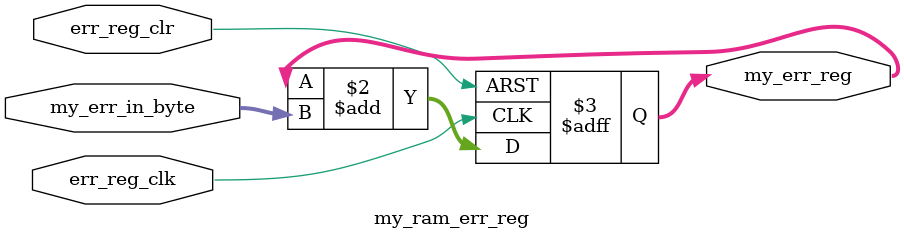
<source format=v>


module  ram_data_check (x1_in, x2_in, wr_err_reg, all_clear, err_count);

    input   [7:0] x1_in;           // ñ÷èòàííûå äàííûå ñ øèíû äàííûõ ÎÇÓ
    input   [7:0] x2_in;           // ìëàäøèé áàéò àäðåñà ÎÇÓ => åñëè íåò îøèáîê, òî x1_in = x2_in
    input   wr_err_reg;            // ñòðîá çàïèñè â ðåãèñòð ÷èñëà îøèáîê (îò ram_control_unit)
    input   all_clear;             // îáùèé ñáðîñ (îò SPI)
    output  [15:0] err_count;      // îáùåå ÷èñëî áèòîâûõ îøèáîê (íà SPI)
    
    wire    [3:0] err_in_byte;     // ÷èñëî íåñîâïàäåíèé
    wire    [3:0] n_err4_out1;     // âûõîäû 1-é 4-õ ðàçð. ïîëîâèíêè êîìáèíàöèîííãîé ñõåìû
    wire    [3:0] n_err4_out2;     // âûõîäû 2-é 4-õ ðàçð. ïîëîâèíêè êîìáèíàöèîííãîé ñõåìû



//+++++++++++++++++++++++++++++++++!
// ÌÅÆÑÎÅÄÈÍÅÍÈß ÂÕÎÄßÙÈÕ ÌÎÄÓËÅÉ  !
//+++++++++++++++++++++++++++++++++!

// Ïåðâàÿ  4-õ ðàçð. ïîëîâèíêà  8-ð êîìáèíàöèîííîé ñõåìû

// !------------!   !----------!
// ! èìÿ ïðèìå- !   !   èìÿ    !
// !  íåííîãî   !   ! òåêóùåãî !
// !  ìîäóëÿ    !   !  ìîäóëÿ  !
// !------------!   !----------!
//      !               !
//     \!/             \!/
//      !
    my_ram_data_check   ram_data_check_1_4  // 4-ðàçð. êîìáèíàöèîííàÿ ñõåìà ¹ 1
    (
// !-------------! !--------!
// !   ñèãíàë    ! !ñèãíàë  !
// ! ïðèìåíåííîãî! !òåêóùåãî!
// ! ìîäóëÿ      ! !ìîäóëÿ  !
// !-------------! !--------!
//   !          _______!
//   !         !
//  \!/       \!/
//   !         !
.x1_4_in    ({x1_in[3], x1_in[2], x1_in[1], x1_in[0]}),
.x2_4_in    (x2_in[3:0]),
.n_err4_out (n_err4_out1)
    );
      
// Âòîðàÿ  4-õ ðàçð. ïîëîâèíêà 8-ð êîìáèíàöèîííîé ñõåìû

// !------------!   !----------!
// ! èìÿ ïðèìå- !   !   èìÿ    !
// !  íåííîãî   !   ! òåêóùåãî !
// !  ìîäóëÿ    !   !  ìîäóëÿ  !
// !------------!   !----------!
//      !               !
//     \!/             \!/
//      !               !
    my_ram_data_check   ram_data_check_2_4  // 4-ðàçð. êîìáèíàöèîííàÿ ñõåìà ¹ 2
    (
// !-------------! !--------!
// ! ñèãíàë      ! !ñèãíàë  !
// ! ïðèìåíåííîãî! !òåêóùåãî!
// ! ìîäóëÿ      ! !ìîäóëÿ  !
// !-------------! !--------!
//   !          _______!
//   !         !
//  \!/       \!/
//   !         !
.x1_4_in    (x1_in[7:4]),
.x2_4_in    (x2_in[7:4]),
.n_err4_out (n_err4_out2)
    );
    
// Ñóììàòîð îøèáîê
    assign  err_in_byte = (n_err4_out1 + n_err4_out2);

// Ðåãèñòð ÷èñëà îøèáîê ÎÇÓ
// !------------! !----------!
// ! èìÿ ïðèìå- ! !   èìÿ    !
// ! íåííîãî    ! ! òåêóùåãî !
// ! ìîäóëÿ     ! !  ìîäóëÿ  !
// !------------! !----------!
//      !               !
//     \!/             \!/
//      !               !
    my_ram_err_reg  ram_err_reg
    (
// !-------------! !--------!
// ! ñèãíàë      ! !ñèãíàë  !
// ! ïðèìåíåííîãî! !òåêóùåãî!
// ! ìîäóëÿ      ! !ìîäóëÿ  !
// !-------------! !--------!
//   !                 !
//   !                 !----!
//  \!/                    \!/
//   !                      !
    .my_err_in_byte     (err_in_byte),
    .err_reg_clk        (wr_err_reg),
    .err_reg_clr        (all_clear),
    .my_err_reg         (err_count)
    ); 
endmodule


//==============================!
// Îïèñàíèå âõîäÿùèõ ìîäóëåé,   !
// èñïîëüçóåìûåõ â ïðîåêòå      !
//==============================!

//- my_ram_data_check ------------!
// 4-õ ðàçðÿäíàÿ ñõåìà êîíòðîëÿ   !
// äàííûõ ÎÇÓ. Ñ÷èòàåò ÷èñëî      !
// íåñîâïàäåíèé â äâóõ ïîëóáàéòàõ !
//--------------------------------!

module my_ram_data_check (x1_4_in, x2_4_in, n_err4_out);
    input       [3:0] x1_4_in;      // âõîäû 1
    input       [3:0] x2_4_in;      // âõîäû 2
    output reg  [2:0] n_err4_out;   // ÷èñëî íåñîâïàäåíèé
    wire    [3:0] x1_neq_x2;        // âûõîäû XOR

    // âûÿâëåíèå íåñîâïàäàþùèõ ðàçðÿäîâ
    assign  x1_neq_x2   = x1_4_in ^ x2_4_in;    // íåñîâïàäàþùèå ðàçðÿäû = 1
 
    // ïîäñ÷åò ÷èñëà íåñîâïàäàþùèõ áèò â 4-ð ñëîâå
    // âàðèàíò ñ case   
    always @ (x1_neq_x2)
    begin
    case (x1_neq_x2)
        4'b0000:    n_err4_out	= 0;
        4'b0001:    n_err4_out  = 1;
        4'b0010:    n_err4_out  = 1;
        4'b0011:    n_err4_out  = 2;
        4'b0100:    n_err4_out  = 1;
        4'b0101:    n_err4_out  = 2;
        4'b0110:    n_err4_out  = 2;
        4'b0111:    n_err4_out  = 3;
        4'b1000:    n_err4_out  = 1;
        4'b1001:    n_err4_out  = 2;
        4'b1010:    n_err4_out  = 2;
        4'b1011:    n_err4_out  = 3;
        4'b1100:    n_err4_out  = 2;
        4'b1101:    n_err4_out  = 3;
        4'b1110:    n_err4_out  = 3;
        4'b1111:    n_err4_out  = 4;
        default:    n_err4_out  = 0;
    endcase
    end
endmodule
 
//====================================================  
// òî æå ñàìîå, íî âàðèàíò ñ if (ïîõóæå)
    /*always @ (*)
    begin
        if      (x1_neq_x2 == 4'b0000)  n_err4_out = 0;
        else if (x1_neq_x2 == 4'b0001)  n_err4_out = 1;
        else if (x1_neq_x2 == 4'b0010)	n_err4_out = 1;
        else if (x1_neq_x2 == 4'b0011)  n_err4_out = 2;
        else if (x1_neq_x2 == 4'b0100)	n_err4_out = 1;
        else if (x1_neq_x2 == 4'b0101)  n_err4_out = 2;
        else if (x1_neq_x2 == 4'b0110)	n_err4_out = 2;
        else if (x1_neq_x2 == 4'b0111)  n_err4_out = 3;
        else if (x1_neq_x2 == 4'b1000)	n_err4_out = 1;
        else if (x1_neq_x2 == 4'b1001)  n_err4_out = 2;
        else if (x1_neq_x2 == 4'b1010)	n_err4_out = 2;
        else if (x1_neq_x2 == 4'b1011)  n_err4_out = 3;
        else if (x1_neq_x2 == 4'b1100)	n_err4_out = 2;
        else if (x1_neq_x2 == 4'b1101)  n_err4_out = 3;
        else if (x1_neq_x2 == 4'b1110)	n_err4_out = 3;
        else if (x1_neq_x2 == 4'b1111)  n_err4_out = 4;
        else    n_err4_out = 0;
    end */
//====================================================

//- my_ram_err_reg -------------------!
// ðåãèñòð ÷èñëà îøèáîê               !
// (ôàêòè÷åñêè íàêàïëèâàþùèé ñóììàòîð)!
//------------------------------------!

module my_ram_err_reg (my_err_in_byte, err_reg_clk, err_reg_clr, my_err_reg);
    // Âõîäû
    input   [7:0] my_err_in_byte;   // âõîäû îò ram_data_check
    input   err_reg_clk;            // òàêòèðîâàíèå
    input   err_reg_clr;            // àñèíõðîííûé ñáðîñ
    // Âûõîäû
    output reg  [15:0] my_err_reg;  // âûõîäû äàííûõ

    always @ (posedge err_reg_clr or posedge err_reg_clk)
        begin
            if (err_reg_clr)
            begin
            my_err_reg <= 0;        //àñèíõðîííûé ñáðîñ
            end
            else
            begin
            my_err_reg <= my_err_reg + my_err_in_byte; // ñóììèðîâàíèå îøèáîê
            end
        end
endmodule

</source>
